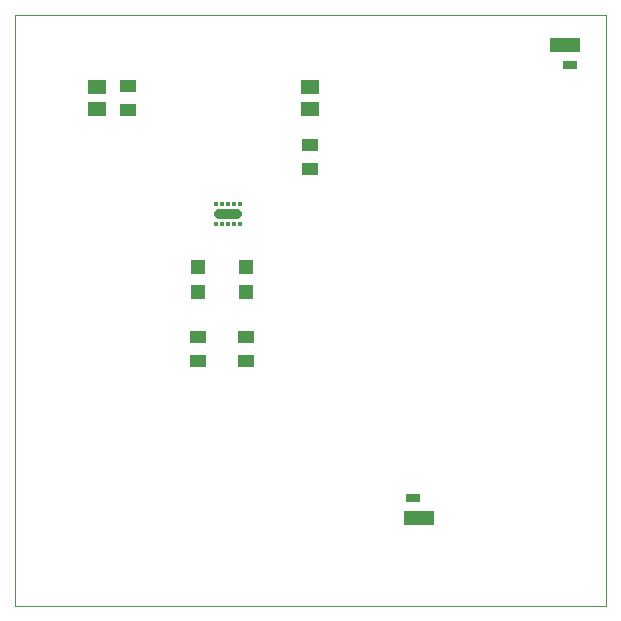
<source format=gtp>
G75*
%MOIN*%
%OFA0B0*%
%FSLAX25Y25*%
%IPPOS*%
%LPD*%
%AMOC8*
5,1,8,0,0,1.08239X$1,22.5*
%
%ADD10C,0.00394*%
%ADD11R,0.05906X0.05118*%
%ADD12R,0.04724X0.04724*%
%ADD13R,0.10000X0.05000*%
%ADD14R,0.05512X0.04331*%
%ADD15R,0.05000X0.02500*%
%ADD16R,0.01181X0.01378*%
%ADD17C,0.03307*%
D10*
X0001197Y0002977D02*
X0198047Y0002977D01*
X0198047Y0199827D01*
X0001197Y0199827D01*
X0001197Y0002977D01*
D11*
X0028559Y0168528D03*
X0028559Y0176008D03*
X0099268Y0176008D03*
X0099268Y0168528D03*
D12*
X0077969Y0115812D03*
X0077969Y0107544D03*
X0062220Y0107544D03*
X0062220Y0115812D03*
D13*
X0135843Y0032229D03*
X0184268Y0189985D03*
D14*
X0099268Y0156520D03*
X0099268Y0148646D03*
X0077969Y0092347D03*
X0077969Y0084473D03*
X0062220Y0084473D03*
X0062220Y0092347D03*
X0038795Y0168331D03*
X0038795Y0176205D03*
D15*
X0133576Y0038921D03*
X0185904Y0183057D03*
D16*
X0076000Y0137012D03*
X0074031Y0137012D03*
X0072063Y0137012D03*
X0070094Y0137012D03*
X0068126Y0137012D03*
X0068126Y0130123D03*
X0070094Y0130123D03*
X0072063Y0130123D03*
X0074031Y0130123D03*
X0076000Y0130123D03*
D17*
X0068992Y0133567D02*
X0068992Y0133567D01*
X0075134Y0133567D01*
X0075134Y0133567D01*
X0068992Y0133567D01*
M02*

</source>
